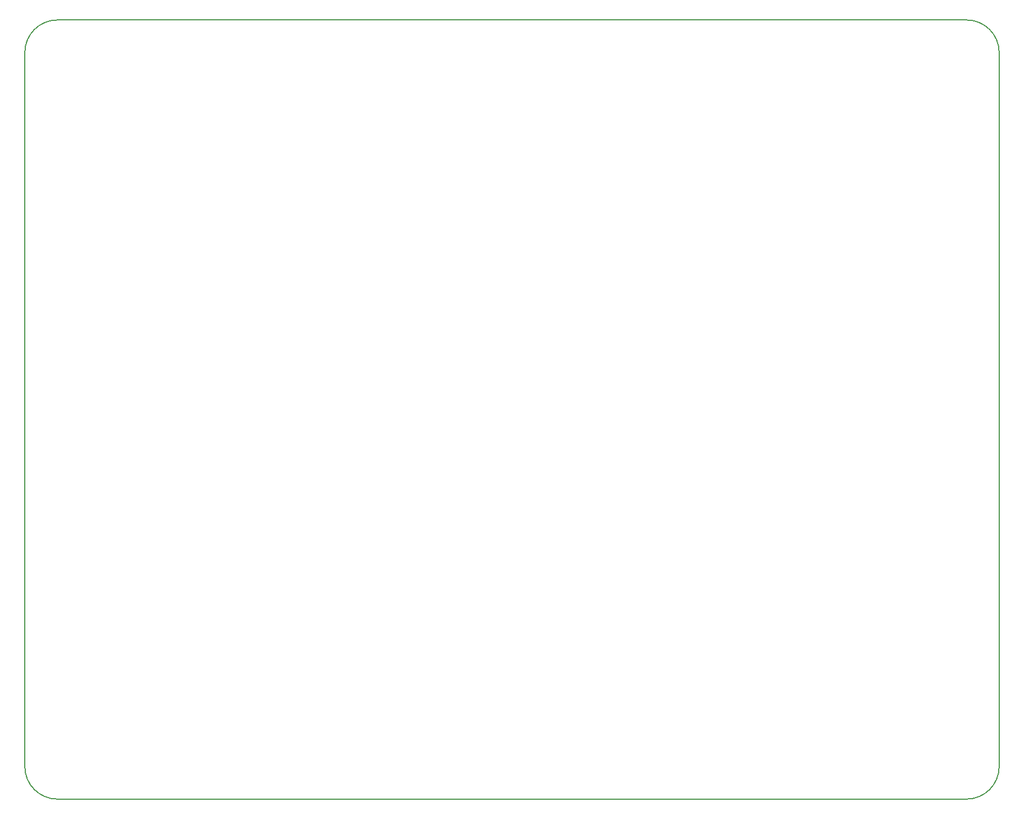
<source format=gbr>
G04 DipTrace 3.2.0.1*
G04 BoardOutline.gbr*
%MOMM*%
G04 #@! TF.FileFunction,Profile*
G04 #@! TF.Part,Single*
%ADD11C,0.14*%
%FSLAX35Y35*%
G04*
G71*
G90*
G75*
G01*
G04 BoardOutline*
%LPD*%
X-6858000Y8382000D2*
D11*
X7142000D1*
G03X7642000Y8882000I0J500000D01*
G01*
Y19882000D1*
G03X7142000Y20382000I-500000J0D01*
G01*
X-6858000D1*
G03X-7358000Y19882000I0J-500000D01*
G01*
Y8882000D1*
G03X-6858000Y8382000I500000J0D01*
G01*
M02*

</source>
